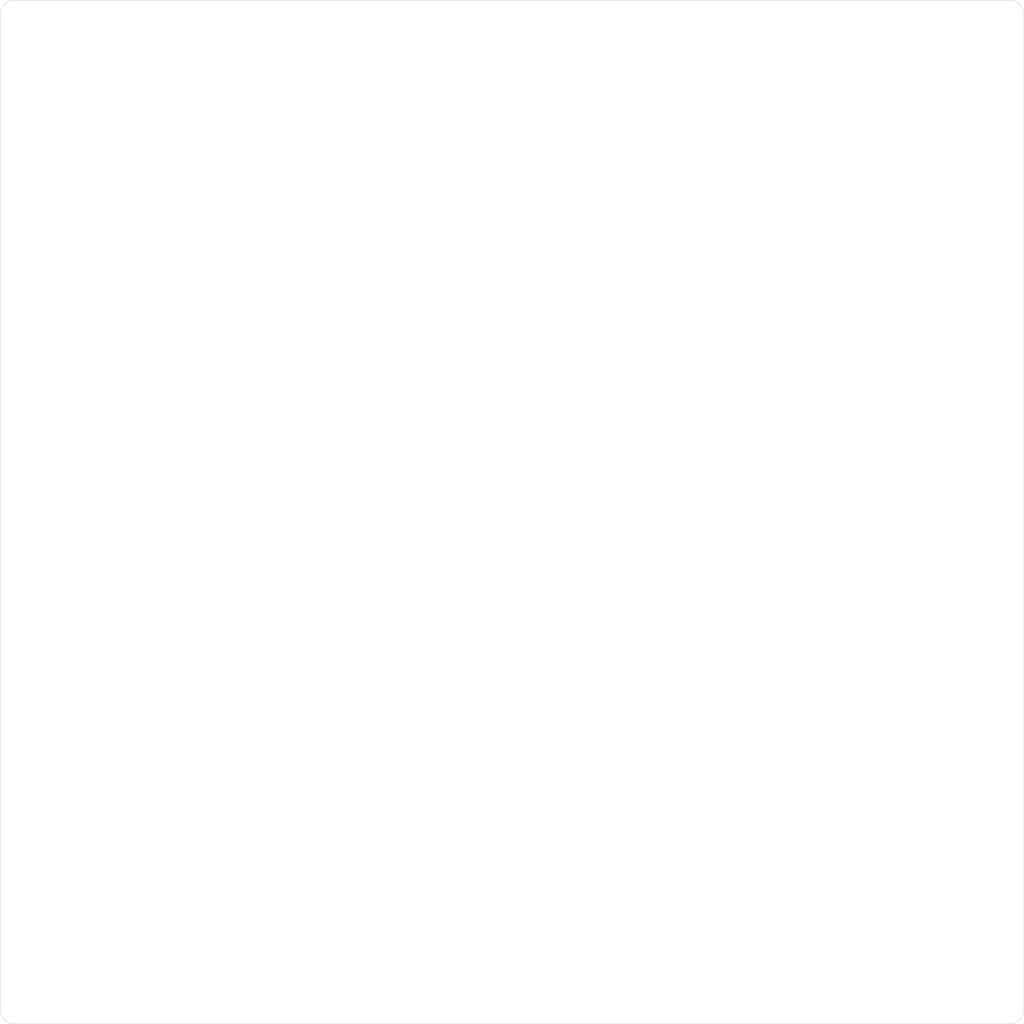
<source format=kicad_pcb>
(kicad_pcb (version 20210722) (generator pcbnew)

  (general
    (thickness 1.6)
  )

  (paper "A3")
  (layers
    (0 "F.Cu" signal)
    (31 "B.Cu" signal)
    (32 "B.Adhes" user "B.Adhesive")
    (33 "F.Adhes" user "F.Adhesive")
    (34 "B.Paste" user)
    (35 "F.Paste" user)
    (36 "B.SilkS" user "B.Silkscreen")
    (37 "F.SilkS" user "F.Silkscreen")
    (38 "B.Mask" user)
    (39 "F.Mask" user)
    (40 "Dwgs.User" user "User.Drawings")
    (41 "Cmts.User" user "User.Comments")
    (42 "Eco1.User" user "User.Eco1")
    (43 "Eco2.User" user "User.Eco2")
    (44 "Edge.Cuts" user)
    (45 "Margin" user)
    (46 "B.CrtYd" user "B.Courtyard")
    (47 "F.CrtYd" user "F.Courtyard")
    (48 "B.Fab" user)
    (49 "F.Fab" user)
    (50 "User.1" user)
    (51 "User.2" user)
    (52 "User.3" user)
    (53 "User.4" user)
    (54 "User.5" user)
    (55 "User.6" user)
    (56 "User.7" user)
    (57 "User.8" user)
    (58 "User.9" user)
  )

  (setup
    (pad_to_mask_clearance 0)
    (pcbplotparams
      (layerselection 0x00010c0_7ffffffe)
      (disableapertmacros false)
      (usegerberextensions false)
      (usegerberattributes true)
      (usegerberadvancedattributes false)
      (creategerberjobfile true)
      (svguseinch false)
      (svgprecision 6)
      (excludeedgelayer true)
      (plotframeref false)
      (viasonmask false)
      (mode 1)
      (useauxorigin false)
      (hpglpennumber 1)
      (hpglpenspeed 20)
      (hpglpendiameter 15.000000)
      (dxfpolygonmode true)
      (dxfimperialunits true)
      (dxfusepcbnewfont true)
      (psnegative false)
      (psa4output false)
      (plotreference true)
      (plotvalue false)
      (plotinvisibletext false)
      (sketchpadsonfab false)
      (subtractmaskfromsilk false)
      (outputformat 1)
      (mirror false)
      (drillshape 0)
      (scaleselection 1)
      (outputdirectory "")
    )
  )

  (net 0 "")

  (gr_rect (start 55 45) (end 265 255) (layer "B.Mask") (width 6) (fill solid) (tstamp 31f094d8-1e43-4d74-8063-8a007f5741e0))
  (gr_rect (start 60 200) (end 85 225) (layer "F.Mask") (width 0) (fill solid) (tstamp 186067ea-2634-4e4e-83a0-843368b4ed57))
  (gr_rect (start 85 75) (end 110 100) (layer "F.Mask") (width 0) (fill solid) (tstamp 24b082be-978d-4245-be40-157ab81a9045))
  (gr_rect (start 235 225) (end 260 250) (layer "F.Mask") (width 0) (fill solid) (tstamp 2b3f7ccb-871a-4ef6-82ed-3b8d3aa1922c))
  (gr_rect (start 135 125) (end 160 150) (layer "F.Mask") (width 0) (fill solid) (tstamp 34ede921-9a23-4918-bf67-40f1efa2e903))
  (gr_rect (start 60 100) (end 85 125) (layer "F.Mask") (width 0) (fill solid) (tstamp 38946436-b14a-4038-aa9c-ac7122f6ef8b))
  (gr_rect (start 160 150) (end 185 175) (layer "F.Mask") (width 0) (fill solid) (tstamp 3c8e963f-4595-44f3-aa51-743d4005a7b2))
  (gr_rect (start 160 100) (end 185 125) (layer "F.Mask") (width 0) (fill solid) (tstamp 3e14bdf6-a7c6-4c09-89e9-03925419246a))
  (gr_rect (start 85 225) (end 110 250) (layer "F.Mask") (width 0) (fill solid) (tstamp 51b0fd47-7121-49a4-a595-8550db1e5af7))
  (gr_rect (start 235 175) (end 260 200) (layer "F.Mask") (width 0) (fill solid) (tstamp 52ae1367-39a1-44fa-ab3d-335bf436c925))
  (gr_rect (start 185 75) (end 210 100) (layer "F.Mask") (width 0) (fill solid) (tstamp 5bb3aefd-d92c-4e4f-bc26-05f2e0f54a31))
  (gr_rect (start 185 175) (end 210 200) (layer "F.Mask") (width 0) (fill solid) (tstamp 5e6cd4e6-08f3-49e2-9bcf-e5a24184c93a))
  (gr_rect (start 110 150) (end 135 175) (layer "F.Mask") (width 0) (fill solid) (tstamp 639c96e9-f296-45ee-ae77-68d7dbd00743))
  (gr_rect (start 135 75) (end 160 100) (layer "F.Mask") (width 0) (fill solid) (tstamp 649dbea3-81eb-4979-9977-89bab146dcd3))
  (gr_rect (start 160 200) (end 185 225) (layer "F.Mask") (width 0) (fill solid) (tstamp 6800780f-edd8-4e72-b225-9a3c45e9dd01))
  (gr_rect (start 59 50) (end 260 49) (layer "F.Mask") (width 0) (fill solid) (tstamp 6b1f6ac6-a621-4f28-821a-41efb63526f8))
  (gr_rect (start 60 50) (end 85 75) (layer "F.Mask") (width 0) (fill solid) (tstamp 6c0c2a22-7f00-4a35-9a1d-80f710a0f310))
  (gr_rect (start 235 125) (end 260 150) (layer "F.Mask") (width 0) (fill solid) (tstamp 7b4cbaa9-44f6-4be4-9d60-aacc38bdf941))
  (gr_rect (start 60 251) (end 261 250) (layer "F.Mask") (width 0) (fill solid) (tstamp 7d2bfab3-75da-4215-a006-4a4e856ed290))
  (gr_rect (start 110 200) (end 135 225) (layer "F.Mask") (width 0) (fill solid) (tstamp 8b515163-00bf-4efa-8675-7ef3c3ce58c0))
  (gr_rect (start 210 50) (end 235 75) (layer "F.Mask") (width 0) (fill solid) (tstamp 8bb9416e-afb4-4f2d-802f-da3722532c19))
  (gr_rect (start 160 50) (end 185 75) (layer "F.Mask") (width 0) (fill solid) (tstamp 9676f39d-789a-4dff-b9b4-9790e0249769))
  (gr_rect (start 60 150) (end 85 175) (layer "F.Mask") (width 0) (fill solid) (tstamp a227d16e-13d8-4222-8e7b-b88f283e924d))
  (gr_rect (start 85 175) (end 110 200) (layer "F.Mask") (width 0) (fill solid) (tstamp a2d14f0b-b06c-4f35-b6a4-8420cc1e2d98))
  (gr_rect (start 235 75) (end 260 100) (layer "F.Mask") (width 0) (fill solid) (tstamp a33e9cb9-f908-4d9a-99c2-56822931c87c))
  (gr_rect (start 260 250) (end 261 49) (layer "F.Mask") (width 0) (fill solid) (tstamp a41f6fc0-0f16-4e78-b6e3-3f45ddf155f1))
  (gr_rect (start 59 251) (end 60 50) (layer "F.Mask") (width 0) (fill solid) (tstamp a42c62c5-7c4c-4c83-a085-2cc3252b6a04))
  (gr_rect (start 110 100) (end 135 125) (layer "F.Mask") (width 0) (fill solid) (tstamp ac115474-b671-4102-b877-a5e934873ec7))
  (gr_rect (start 185 225) (end 210 250) (layer "F.Mask") (width 0) (fill solid) (tstamp acceed8a-03f3-493b-98a6-25acfd980c99))
  (gr_rect (start 210 100) (end 235 125) (layer "F.Mask") (width 0) (fill solid) (tstamp be89a43d-9591-4ce5-b648-65d70e979117))
  (gr_rect (start 135 225) (end 160 250) (layer "F.Mask") (width 0) (fill solid) (tstamp beaa1b89-70de-4123-b9c3-0e5a9ad62795))
  (gr_rect (start 110 50) (end 135 75) (layer "F.Mask") (width 0) (fill solid) (tstamp ca0fe17e-c5fd-4e50-b414-4431d0f6714f))
  (gr_rect (start 210 200) (end 235 225) (layer "F.Mask") (width 0) (fill solid) (tstamp d5647c53-2288-4297-a795-3380a34ec800))
  (gr_rect (start 185 125) (end 210 150) (layer "F.Mask") (width 0) (fill solid) (tstamp decce37f-61c1-4c7c-8a8f-8f181b0e6d33))
  (gr_rect (start 210 150) (end 235 175) (layer "F.Mask") (width 0) (fill solid) (tstamp e50c12d6-767e-49e6-9d05-a85b2fe89a1a))
  (gr_rect (start 85 125) (end 110 150) (layer "F.Mask") (width 0) (fill solid) (tstamp f7c95f8c-cbe7-40dc-9aa1-2666386ad30a))
  (gr_rect (start 135 175) (end 160 200) (layer "F.Mask") (width 0) (fill solid) (tstamp f986b68f-b988-4d1a-b621-04cc61642228))
  (gr_arc (start 55 255) (end 52 255) (angle -90) (layer "Edge.Cuts") (width 0.1) (tstamp 1bfabc36-a730-4d32-937c-3daaafafeb6f))
  (gr_line (start 268 45) (end 268 255) (layer "Edge.Cuts") (width 0.1) (tstamp 25461b5f-9fd8-4086-9f2b-0d68db568a79))
  (gr_line (start 55 258) (end 265 258) (layer "Edge.Cuts") (width 0.1) (tstamp 746e78dd-68ca-4d56-a8e7-a47f61c6715d))
  (gr_arc (start 265 45) (end 265 42) (angle 90) (layer "Edge.Cuts") (width 0.1) (tstamp 93ca7b33-47bb-473a-be7d-c35b2000e9dc))
  (gr_arc (start 54.999997 44.999997) (end 52 45) (angle 90.00011459) (layer "Edge.Cuts") (width 0.1) (tstamp 9ae82db9-d078-4231-a171-bcd3a6f8108b))
  (gr_line (start 55 42) (end 265 42) (layer "Edge.Cuts") (width 0.1) (tstamp d6d61425-ce3e-4a38-ab6a-30ca019dca99))
  (gr_arc (start 265 255) (end 268 255) (angle 90) (layer "Edge.Cuts") (width 0.1) (tstamp f7259dbd-de4a-43ce-92a7-26b9d71d61d5))
  (gr_line (start 52 45) (end 52 255) (layer "Edge.Cuts") (width 0.1) (tstamp fb3891b9-63dd-43b3-9c60-b08fb0c6de0c))
  (gr_text "6" (at 264 112.5 180) (layer "F.Mask") (tstamp 04ebdac7-0422-4cd3-b013-89e83b192ec6)
    (effects (font (size 3 3) (thickness 0.3)))
  )
  (gr_text "8" (at 56 62.5) (layer "F.Mask") (tstamp 0fe4514a-a7ec-4dc6-9648-4c99cf30c684)
    (effects (font (size 3 3) (thickness 0.3)))
  )
  (gr_text "1" (at 264 237.5 180) (layer "F.Mask") (tstamp 12b45e7d-458a-43b6-9c9f-2ea8ae1d6a18)
    (effects (font (size 3 3) (thickness 0.3)))
  )
  (gr_text "d" (at 147.493375 254) (layer "F.Mask") (tstamp 1529eb21-3246-490f-9423-459ed8864324)
    (effects (font (size 3 3) (thickness 0.3)))
  )
  (gr_text "c" (at 122.5 254.048404) (layer "F.Mask") (tstamp 1703a9d6-07ec-4f16-8f6e-fda1bcc6679f)
    (effects (font (size 3 3) (thickness 0.3)))
  )
  (gr_text "8" (at 264 62.5 180) (layer "F.Mask") (tstamp 17376466-20fa-4a88-9f2b-4c1f863803d8)
    (effects (font (size 3 3) (thickness 0.3)))
  )
  (gr_text "3" (at 264 187.5 180) (layer "F.Mask") (tstamp 1ab320bd-cca0-4ef0-994f-0abf56510573)
    (effects (font (size 3 3) (thickness 0.3)))
  )
  (gr_text "f" (at 197.5 254.048404) (layer "F.Mask") (tstamp 2f5c53ff-4a0a-4296-9f01-c7db327442ee)
    (effects (font (size 3 3) (thickness 0.3)))
  )
  (gr_text "6" (at 56 112.5) (layer "F.Mask") (tstamp 397e2523-8c27-4b08-8faf-76686366f898)
    (effects (font (size 3 3) (thickness 0.3)))
  )
  (gr_text "f" (at 197.5 46 180) (layer "F.Mask") (tstamp 3b344a22-a5d5-4686-8ea8-0bdd74ce47f4)
    (effects (font (size 3 3) (thickness 0.3)))
  )
  (gr_text "h" (at 247.5 254.048404) (layer "F.Mask") (tstamp 43f02f99-31ec-4aa3-8e5f-eb1cb8f905f0)
    (effects (font (size 3 3) (thickness 0.3)))
  )
  (gr_text "e" (at 172.483 254) (layer "F.Mask") (tstamp 480ae46b-c0a4-4741-9e2b-2561101f322e)
    (effects (font (size 3 3) (thickness 0.3)))
  )
  (gr_text "b" (at 97.5 46 180) (layer "F.Mask") (tstamp 4a6eb9f0-c53d-4691-8737-6677dcd0b2dc)
    (effects (font (size 3 3) (thickness 0.3)))
  )
  (gr_text "2" (at 56 212.5) (layer "F.Mask") (tstamp 5dec2e08-446b-403f-8392-7c51542fd897)
    (effects (font (size 3 3) (thickness 0.3)))
  )
  (gr_text "d" (at 147.493375 45.951596 180) (layer "F.Mask") (tstamp 5e862bdf-46c3-4303-b900-2352114e63c5)
    (effects (font (size 3 3) (thickness 0.3)))
  )
  (gr_text "5" (at 56 137.5) (layer "F.Mask") (tstamp 67fe217f-2901-4253-94b3-e03602968334)
    (effects (font (size 3 3) (thickness 0.3)))
  )
  (gr_text "e" (at 172.483 45.951596 180) (layer "F.Mask") (tstamp 74d6d2ca-1efe-43a2-8d76-6c16427e2fe7)
    (effects (font (size 3 3) (thickness 0.3)))
  )
  (gr_text "3" (at 56 187.5) (layer "F.Mask") (tstamp 7962d9c5-e971-42ff-9d62-3cdb537e11dd)
    (effects (font (size 3 3) (thickness 0.3)))
  )
  (gr_text "b" (at 97.5 254.048404) (layer "F.Mask") (tstamp 8b1fcdd4-87f8-464f-8233-f0d96c28ecba)
    (effects (font (size 3 3) (thickness 0.3)))
  )
  (gr_text "4" (at 56 162.5) (layer "F.Mask") (tstamp 8e1da242-c36e-4781-b93c-a243c34983bf)
    (effects (font (size 3 3) (thickness 0.3)))
  )
  (gr_text "g" (at 222.484157 45.951596 180) (layer "F.Mask") (tstamp 90d5f7ec-59e6-4ae5-9b77-23f35b4cce99)
    (effects (font (size 3 3) (thickness 0.3)))
  )
  (gr_text "7" (at 264 87.5 180) (layer "F.Mask") (tstamp a427be43-afbb-4758-89e4-666daf884fe6)
    (effects (font (size 3 3) (thickness 0.3)))
  )
  (gr_text "a" (at 72.5 254.048404) (layer "F.Mask") (tstamp b0c591d2-02b2-43bd-a36b-fafe18df6cdc)
    (effects (font (size 3 3) (thickness 0.3)))
  )
  (gr_text "g" (at 222.484157 254) (layer "F.Mask") (tstamp c0c47603-cd19-49dc-bc57-768f992ef1d6)
    (effects (font (size 3 3) (thickness 0.3)))
  )
  (gr_text "c" (at 122.5 46 180) (layer "F.Mask") (tstamp c275896b-a947-44d2-a0df-de0be9c6e602)
    (effects (font (size 3 3) (thickness 0.3)))
  )
  (gr_text "a" (at 72.5 46 180) (layer "F.Mask") (tstamp c4a64e02-ef3b-45a0-8194-4c06ecc1a53f)
    (effects (font (size 3 3) (thickness 0.3)))
  )
  (gr_text "h" (at 247.5 46 180) (layer "F.Mask") (tstamp cd7ac3b5-c249-4bf7-9378-8b6fae309469)
    (effects (font (size 3 3) (thickness 0.3)))
  )
  (gr_text "1" (at 56 237.5) (layer "F.Mask") (tstamp cdc150f1-8467-486c-ab99-5fabc536739e)
    (effects (font (size 3 3) (thickness 0.3)))
  )
  (gr_text "4" (at 264 162.5 180) (layer "F.Mask") (tstamp deb76a04-d09c-4562-b2f7-892988f829f5)
    (effects (font (size 3 3) (thickness 0.3)))
  )
  (gr_text "2" (at 264 212.5 180) (layer "F.Mask") (tstamp fe4626d0-fc1f-4cb2-9250-d118eb5c4544)
    (effects (font (size 3 3) (thickness 0.3)))
  )
  (gr_text "5" (at 264 137.5 180) (layer "F.Mask") (tstamp fe9804c2-e9ce-4649-9575-3182ee1c1227)
    (effects (font (size 3 3) (thickness 0.3)))
  )
  (gr_text "7" (at 56 87.5) (layer "F.Mask") (tstamp ff79c43b-f055-4dd0-8474-84eb3bd486dc)
    (effects (font (size 3 3) (thickness 0.3)))
  )

)

</source>
